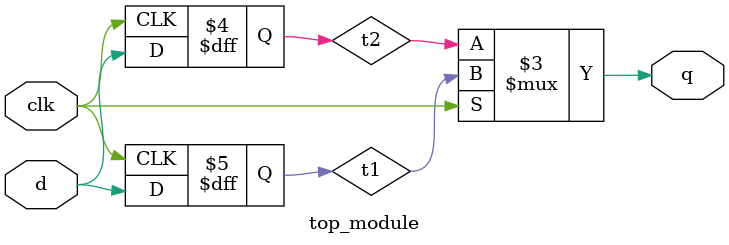
<source format=sv>
module top_module (
    input clk,
    input d,
    output q
);
    
    reg t1, t2;
    
    always @(posedge clk) begin
        t1 <= d;
    end
    
    always @(negedge clk) begin
        t2 <= d;
    end
    
    assign q = (clk)? t1 : t2;

endmodule


</source>
